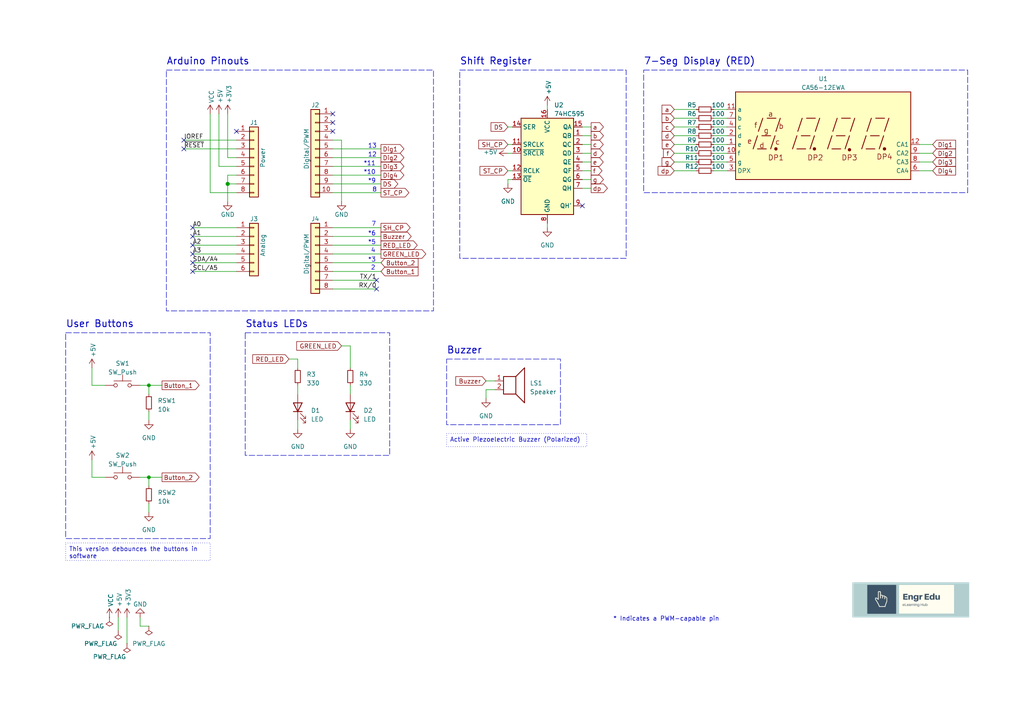
<source format=kicad_sch>
(kicad_sch (version 20230121) (generator eeschema)
  (paper "A4")
  (title_block (title "Arduino Uno Shield") (date "2023-03-22") (rev "1.0"))
  (lib_symbols
    (symbol "74xx:74HC595"
      (property "Reference" "U" (at -7.62 13.97 0))
      (property "Value" "74HC595" (at -7.62 -16.51 0))
      (symbol "74HC595_1_0"
        (pin tri_state line (at 10.16 7.62 180) (length 2.54) (name "QB") (number "1"))
        (pin input line (at -10.16 2.54 0) (length 2.54) (name "~{SRCLR}") (number "10"))
        (pin input line (at -10.16 5.08 0) (length 2.54) (name "SRCLK") (number "11"))
        (pin input line (at -10.16 -2.54 0) (length 2.54) (name "RCLK") (number "12"))
        (pin input line (at -10.16 -5.08 0) (length 2.54) (name "~{OE}") (number "13"))
        (pin input line (at -10.16 10.16 0) (length 2.54) (name "SER") (number "14"))
        (pin tri_state line (at 10.16 10.16 180) (length 2.54) (name "QA") (number "15"))
        (pin power_in line (at 0 15.24 270) (length 2.54) (name "VCC") (number "16"))
        (pin tri_state line (at 10.16 5.08 180) (length 2.54) (name "QC") (number "2"))
        (pin tri_state line (at 10.16 2.54 180) (length 2.54) (name "QD") (number "3"))
        (pin tri_state line (at 10.16 0 180) (length 2.54) (name "QE") (number "4"))
        (pin tri_state line (at 10.16 -2.54 180) (length 2.54) (name "QF") (number "5"))
        (pin tri_state line (at 10.16 -5.08 180) (length 2.54) (name "QG") (number "6"))
        (pin tri_state line (at 10.16 -7.62 180) (length 2.54) (name "QH") (number "7"))
        (pin power_in line (at 0 -17.78 90) (length 2.54) (name "GND") (number "8"))
        (pin output line (at 10.16 -12.7 180) (length 2.54) (name "QH'") (number "9"))
      )
      (symbol "74HC595_1_1"
        (rectangle (start -7.62 12.7) (end 7.62 -15.24) (stroke (width 0.254)) (fill (type background)))
      )
    )
    (symbol "Connector_Generic:Conn_01x06" (pin_names (offset 1.016) hide)
      (property "Reference" "J" (at 0 7.62 0))
      (property "Value" "Conn_01x06" (at 0 -10.16 0))
      (symbol "Conn_01x06_1_1"
        (rectangle (start -1.27 -7.493) (end 0 -7.747) (stroke (width 0.1524)))
        (rectangle (start -1.27 -4.953) (end 0 -5.207) (stroke (width 0.1524)))
        (rectangle (start -1.27 -2.413) (end 0 -2.667) (stroke (width 0.1524)))
        (rectangle (start -1.27 0.127) (end 0 -0.127) (stroke (width 0.1524)))
        (rectangle (start -1.27 2.667) (end 0 2.413) (stroke (width 0.1524)))
        (rectangle (start -1.27 5.207) (end 0 4.953) (stroke (width 0.1524)))
        (rectangle (start -1.27 6.35) (end 1.27 -8.89) (stroke (width 0.254)) (fill (type background)))
        (pin passive line (at -5.08 5.08 0) (length 3.81) (name "Pin_1") (number "1"))
        (pin passive line (at -5.08 2.54 0) (length 3.81) (name "Pin_2") (number "2"))
        (pin passive line (at -5.08 0 0) (length 3.81) (name "Pin_3") (number "3"))
        (pin passive line (at -5.08 -2.54 0) (length 3.81) (name "Pin_4") (number "4"))
        (pin passive line (at -5.08 -5.08 0) (length 3.81) (name "Pin_5") (number "5"))
        (pin passive line (at -5.08 -7.62 0) (length 3.81) (name "Pin_6") (number "6"))
      )
    )
    (symbol "Connector_Generic:Conn_01x08" (pin_names (offset 1.016) hide)
      (property "Reference" "J" (at 0 10.16 0))
      (property "Value" "Conn_01x08" (at 0 -12.7 0))
      (symbol "Conn_01x08_1_1"
        (rectangle (start -1.27 -10.033) (end 0 -10.287) (stroke (width 0.1524)))
        (rectangle (start -1.27 -7.493) (end 0 -7.747) (stroke (width 0.1524)))
        (rectangle (start -1.27 -4.953) (end 0 -5.207) (stroke (width 0.1524)))
        (rectangle (start -1.27 -2.413) (end 0 -2.667) (stroke (width 0.1524)))
        (rectangle (start -1.27 0.127) (end 0 -0.127) (stroke (width 0.1524)))
        (rectangle (start -1.27 2.667) (end 0 2.413) (stroke (width 0.1524)))
        (rectangle (start -1.27 5.207) (end 0 4.953) (stroke (width 0.1524)))
        (rectangle (start -1.27 7.747) (end 0 7.493) (stroke (width 0.1524)))
        (rectangle (start -1.27 8.89) (end 1.27 -11.43) (stroke (width 0.254)) (fill (type background)))
        (pin passive line (at -5.08 7.62 0) (length 3.81) (name "Pin_1") (number "1"))
        (pin passive line (at -5.08 5.08 0) (length 3.81) (name "Pin_2") (number "2"))
        (pin passive line (at -5.08 2.54 0) (length 3.81) (name "Pin_3") (number "3"))
        (pin passive line (at -5.08 0 0) (length 3.81) (name "Pin_4") (number "4"))
        (pin passive line (at -5.08 -2.54 0) (length 3.81) (name "Pin_5") (number "5"))
        (pin passive line (at -5.08 -5.08 0) (length 3.81) (name "Pin_6") (number "6"))
        (pin passive line (at -5.08 -7.62 0) (length 3.81) (name "Pin_7") (number "7"))
        (pin passive line (at -5.08 -10.16 0) (length 3.81) (name "Pin_8") (number "8"))
      )
    )
    (symbol "Connector_Generic:Conn_01x10" (pin_names (offset 1.016) hide)
      (property "Reference" "J" (at 0 12.7 0))
      (property "Value" "Conn_01x10" (at 0 -15.24 0))
      (symbol "Conn_01x10_1_1"
        (rectangle (start -1.27 -12.573) (end 0 -12.827) (stroke (width 0.1524)))
        (rectangle (start -1.27 -10.033) (end 0 -10.287) (stroke (width 0.1524)))
        (rectangle (start -1.27 -7.493) (end 0 -7.747) (stroke (width 0.1524)))
        (rectangle (start -1.27 -4.953) (end 0 -5.207) (stroke (width 0.1524)))
        (rectangle (start -1.27 -2.413) (end 0 -2.667) (stroke (width 0.1524)))
        (rectangle (start -1.27 0.127) (end 0 -0.127) (stroke (width 0.1524)))
        (rectangle (start -1.27 2.667) (end 0 2.413) (stroke (width 0.1524)))
        (rectangle (start -1.27 5.207) (end 0 4.953) (stroke (width 0.1524)))
        (rectangle (start -1.27 7.747) (end 0 7.493) (stroke (width 0.1524)))
        (rectangle (start -1.27 10.287) (end 0 10.033) (stroke (width 0.1524)))
        (rectangle (start -1.27 11.43) (end 1.27 -13.97) (stroke (width 0.254)) (fill (type background)))
        (pin passive line (at -5.08 10.16 0) (length 3.81) (name "Pin_1") (number "1"))
        (pin passive line (at -5.08 -12.7 0) (length 3.81) (name "Pin_10") (number "10"))
        (pin passive line (at -5.08 7.62 0) (length 3.81) (name "Pin_2") (number "2"))
        (pin passive line (at -5.08 5.08 0) (length 3.81) (name "Pin_3") (number "3"))
        (pin passive line (at -5.08 2.54 0) (length 3.81) (name "Pin_4") (number "4"))
        (pin passive line (at -5.08 0 0) (length 3.81) (name "Pin_5") (number "5"))
        (pin passive line (at -5.08 -2.54 0) (length 3.81) (name "Pin_6") (number "6"))
        (pin passive line (at -5.08 -5.08 0) (length 3.81) (name "Pin_7") (number "7"))
        (pin passive line (at -5.08 -7.62 0) (length 3.81) (name "Pin_8") (number "8"))
        (pin passive line (at -5.08 -10.16 0) (length 3.81) (name "Pin_9") (number "9"))
      )
    )
    (symbol "Device:LED" (pin_numbers hide) (pin_names (offset 1.016) hide)
      (property "Reference" "D" (at 0 2.54 0))
      (property "Value" "LED" (at 0 -2.54 0))
      (symbol "LED_0_1"
        (polyline (pts (xy -1.27 -1.27) (xy -1.27 1.27)) (stroke (width 0.254)))
        (polyline (pts (xy -1.27 0) (xy 1.27 0)))
        (polyline (pts (xy 1.27 -1.27) (xy 1.27 1.27) (xy -1.27 0) (xy 1.27 -1.27)) (stroke (width 0.254)))
        (polyline (pts (xy -3.048 -0.762) (xy -4.572 -2.286) (xy -3.81 -2.286) (xy -4.572 -2.286) (xy -4.572 -1.524)))
        (polyline (pts (xy -1.778 -0.762) (xy -3.302 -2.286) (xy -2.54 -2.286) (xy -3.302 -2.286) (xy -3.302 -1.524)))
      )
      (symbol "LED_1_1"
        (pin passive line (at -3.81 0 0) (length 2.54) (name "K") (number "1"))
        (pin passive line (at 3.81 0 180) (length 2.54) (name "A") (number "2"))
      )
    )
    (symbol "Device:R_Small" (pin_numbers hide) (pin_names (offset 0.254) hide)
      (property "Reference" "R" (at 0.762 0.508 0))
      (property "Value" "R_Small" (at 0.762 -1.016 0))
      (symbol "R_Small_0_1"
        (rectangle (start -0.762 1.778) (end 0.762 -1.778) (stroke (width 0.2032)))
      )
      (symbol "R_Small_1_1"
        (pin passive line (at 0 2.54 270) (length 0.762) (name "~") (number "1"))
        (pin passive line (at 0 -2.54 90) (length 0.762) (name "~") (number "2"))
      )
    )
    (symbol "Device:Speaker" (pin_names (offset 0) hide)
      (property "Reference" "LS" (at 1.27 5.715 0))
      (property "Value" "Speaker" (at 1.27 3.81 0))
      (symbol "Speaker_0_0"
        (rectangle (start -2.54 1.27) (end 1.016 -3.81) (stroke (width 0.254)))
        (polyline (pts (xy 1.016 1.27) (xy 3.556 3.81) (xy 3.556 -6.35) (xy 1.016 -3.81)) (stroke (width 0.254)))
      )
      (symbol "Speaker_1_1"
        (pin input line (at -5.08 0 0) (length 2.54) (name "1") (number "1"))
        (pin input line (at -5.08 -2.54 0) (length 2.54) (name "2") (number "2"))
      )
    )
    (symbol "Display_Character:CA56-12EWA"
      (property "Reference" "U" (at -24.13 13.97 0))
      (property "Value" "CA56-12EWA" (at 19.05 13.97 0))
      (symbol "CA56-12EWA_0_0"
        (rectangle (start -25.4 12.7) (end 25.4 -12.7) (stroke (width 0.254)) (fill (type background)))
        (polyline (pts (xy -20.32 -3.81) (xy -19.05 0)) (stroke (width 0.254)))
        (polyline (pts (xy -19.05 -3.81) (xy -16.51 -3.81)) (stroke (width 0.254)))
        (polyline (pts (xy -18.796 1.27) (xy -17.526 5.08)) (stroke (width 0.254)))
        (polyline (pts (xy -17.78 0) (xy -15.24 0)) (stroke (width 0.254)))
        (polyline (pts (xy -16.256 5.08) (xy -13.716 5.08)) (stroke (width 0.254)))
        (polyline (pts (xy -15.24 -3.81) (xy -13.97 0)) (stroke (width 0.254)))
        (polyline (pts (xy -13.716 1.27) (xy -12.446 5.08)) (stroke (width 0.254)))
        (polyline (pts (xy -8.89 -3.81) (xy -7.62 0)) (stroke (width 0.254)))
        (polyline (pts (xy -7.62 -3.81) (xy -5.08 -3.81)) (stroke (width 0.254)))
        (polyline (pts (xy -7.366 1.27) (xy -6.096 5.08)) (stroke (width 0.254)))
        (polyline (pts (xy -6.35 0) (xy -3.81 0)) (stroke (width 0.254)))
        (polyline (pts (xy -4.826 5.08) (xy -2.286 5.08)) (stroke (width 0.254)))
        (polyline (pts (xy -3.81 -3.81) (xy -2.54 0)) (stroke (width 0.254)))
        (polyline (pts (xy -2.286 1.27) (xy -1.016 5.08)) (stroke (width 0.254)))
        (polyline (pts (xy 1.27 -3.81) (xy 2.54 0)) (stroke (width 0.254)))
        (polyline (pts (xy 2.54 -3.81) (xy 5.08 -3.81)) (stroke (width 0.254)))
        (polyline (pts (xy 2.794 1.27) (xy 4.064 5.08)) (stroke (width 0.254)))
        (polyline (pts (xy 3.81 0) (xy 6.35 0)) (stroke (width 0.254)))
        (polyline (pts (xy 5.334 5.08) (xy 7.874 5.08)) (stroke (width 0.254)))
        (polyline (pts (xy 6.35 -3.81) (xy 7.62 0)) (stroke (width 0.254)))
        (polyline (pts (xy 7.874 1.27) (xy 9.144 5.08)) (stroke (width 0.254)))
        (polyline (pts (xy 11.176 -3.81) (xy 12.446 0)) (stroke (width 0.254)))
        (polyline (pts (xy 12.446 -3.81) (xy 14.986 -3.81)) (stroke (width 0.254)))
        (polyline (pts (xy 12.7 1.27) (xy 13.97 5.08)) (stroke (width 0.254)))
        (polyline (pts (xy 13.716 0) (xy 16.256 0)) (stroke (width 0.254)))
        (polyline (pts (xy 15.24 5.08) (xy 17.78 5.08)) (stroke (width 0.254)))
        (polyline (pts (xy 16.256 -3.81) (xy 17.526 0)) (stroke (width 0.254)))
        (polyline (pts (xy 17.78 1.27) (xy 19.05 5.08)) (stroke (width 0.254)))
        (text "a" (at -15.24 6.35 0) (effects (font (size 1.524 1.524))))
        (text "b" (at -12.192 2.794 0) (effects (font (size 1.524 1.524))))
        (text "c" (at -13.208 -1.778 0) (effects (font (size 1.524 1.524))))
        (text "d" (at -17.78 -2.794 0) (effects (font (size 1.524 1.524))))
        (text "DP1" (at -13.716 -6.35 0) (effects (font (size 1.524 1.524))))
        (text "DP2" (at -2.286 -6.35 0) (effects (font (size 1.524 1.524))))
        (text "DP3" (at 7.62 -6.35 0) (effects (font (size 1.524 1.524))))
        (text "DP4" (at 17.78 -6.096 0) (effects (font (size 1.524 1.524))))
        (text "e" (at -21.336 -1.524 0) (effects (font (size 1.524 1.524))))
        (text "f" (at -19.558 3.048 0) (effects (font (size 1.524 1.524))))
        (text "g" (at -16.51 1.524 0) (effects (font (size 1.524 1.524))))
      )
      (symbol "CA56-12EWA_0_1"
        (circle (center -13.716 -3.81) (radius 0.3556) (stroke (width 0.254)) (fill (type outline)))
        (circle (center -2.54 -3.81) (radius 0.3556) (stroke (width 0.254)) (fill (type outline)))
      )
      (symbol "CA56-12EWA_1_0"
        (circle (center 7.62 -4.064) (radius 0.3556) (stroke (width 0.254)) (fill (type outline)))
        (circle (center 17.78 -3.81) (radius 0.3556) (stroke (width 0.254)) (fill (type outline)))
      )
      (symbol "CA56-12EWA_1_1"
        (pin input line (at -27.94 -2.54 0) (length 2.54) (name "e") (number "1"))
        (pin input line (at -27.94 -5.08 0) (length 2.54) (name "f") (number "10"))
        (pin input line (at -27.94 7.62 0) (length 2.54) (name "a") (number "11"))
        (pin input line (at 27.94 -2.54 180) (length 2.54) (name "CA1") (number "12"))
        (pin input line (at -27.94 0 0) (length 2.54) (name "d") (number "2"))
        (pin input line (at -27.94 -10.16 0) (length 2.54) (name "DPX") (number "3"))
        (pin input line (at -27.94 2.54 0) (length 2.54) (name "c") (number "4"))
        (pin input line (at -27.94 -7.62 0) (length 2.54) (name "g") (number "5"))
        (pin input line (at 27.94 -10.16 180) (length 2.54) (name "CA4") (number "6"))
        (pin input line (at -27.94 5.08 0) (length 2.54) (name "b") (number "7"))
        (pin input line (at 27.94 -7.62 180) (length 2.54) (name "CA3") (number "8"))
        (pin input line (at 27.94 -5.08 180) (length 2.54) (name "CA2") (number "9"))
      )
    )
    (symbol "GND_1" (power) (pin_names (offset 0))
      (property "Value" "GND_1" (at 0 -3.81 0))
      (symbol "GND_1_0_1"
        (polyline (pts (xy 0 0) (xy 0 -1.27) (xy 1.27 -1.27) (xy 0 -2.54) (xy -1.27 -1.27) (xy 0 -1.27)))
      )
      (symbol "GND_1_1_1"
        (pin power_in line (at 0 0 270) (length 0) hide (name "GND") (number "1"))
      )
    )
    (symbol "GND_2" (power) (pin_names (offset 0))
      (property "Value" "GND_2" (at 0 -3.81 0))
      (symbol "GND_2_0_1"
        (polyline (pts (xy 0 0) (xy 0 -1.27) (xy 1.27 -1.27) (xy 0 -2.54) (xy -1.27 -1.27) (xy 0 -1.27)))
      )
      (symbol "GND_2_1_1"
        (pin power_in line (at 0 0 270) (length 0) hide (name "GND") (number "1"))
      )
    )
    (symbol "GND_3" (power) (pin_names (offset 0))
      (property "Value" "GND_3" (at 0 -3.81 0))
      (symbol "GND_3_0_1"
        (polyline (pts (xy 0 0) (xy 0 -1.27) (xy 1.27 -1.27) (xy 0 -2.54) (xy -1.27 -1.27) (xy 0 -1.27)))
      )
      (symbol "GND_3_1_1"
        (pin power_in line (at 0 0 270) (length 0) hide (name "GND") (number "1"))
      )
    )
    (symbol "GND_4" (power) (pin_names (offset 0))
      (property "Value" "GND_4" (at 0 -3.81 0))
      (symbol "GND_4_0_1"
        (polyline (pts (xy 0 0) (xy 0 -1.27) (xy 1.27 -1.27) (xy 0 -2.54) (xy -1.27 -1.27) (xy 0 -1.27)))
      )
      (symbol "GND_4_1_1"
        (pin power_in line (at 0 0 270) (length 0) hide (name "GND") (number "1"))
      )
    )
    (symbol "Switch:SW_Push" (pin_numbers hide) (pin_names (offset 1.016) hide)
      (property "Reference" "SW" (at 1.27 2.54 0))
      (property "Value" "SW_Push" (at 0 -1.524 0))
      (symbol "SW_Push_0_1"
        (circle (center -2.032 0) (radius 0.508))
        (polyline (pts (xy 0 1.27) (xy 0 3.048)))
        (polyline (pts (xy 2.54 1.27) (xy -2.54 1.27)))
        (circle (center 2.032 0) (radius 0.508))
        (pin passive line (at -5.08 0 0) (length 2.54) (name "1") (number "1"))
        (pin passive line (at 5.08 0 180) (length 2.54) (name "2") (number "2"))
      )
    )
    (symbol "power:+3V3" (power) (pin_names (offset 0))
      (property "Value" "+3V3" (at 0 3.556 0))
      (symbol "+3V3_0_1"
        (polyline (pts (xy -0.762 1.27) (xy 0 2.54)))
        (polyline (pts (xy 0 0) (xy 0 2.54)))
        (polyline (pts (xy 0 2.54) (xy 0.762 1.27)))
      )
      (symbol "+3V3_1_1"
        (pin power_in line (at 0 0 90) (length 0) hide (name "+3V3") (number "1"))
      )
    )
    (symbol "power:+5V" (power) (pin_names (offset 0))
      (property "Value" "+5V" (at 0 3.556 0))
      (symbol "+5V_0_1"
        (polyline (pts (xy -0.762 1.27) (xy 0 2.54)))
        (polyline (pts (xy 0 0) (xy 0 2.54)))
        (polyline (pts (xy 0 2.54) (xy 0.762 1.27)))
      )
      (symbol "+5V_1_1"
        (pin power_in line (at 0 0 90) (length 0) hide (name "+5V") (number "1"))
      )
    )
    (symbol "power:GND" (power) (pin_names (offset 0))
      (property "Value" "GND" (at 0 -3.81 0))
      (symbol "GND_0_1"
        (polyline (pts (xy 0 0) (xy 0 -1.27) (xy 1.27 -1.27) (xy 0 -2.54) (xy -1.27 -1.27) (xy 0 -1.27)))
      )
      (symbol "GND_1_1"
        (pin power_in line (at 0 0 270) (length 0) hide (name "GND") (number "1"))
      )
    )
    (symbol "power:PWR_FLAG" (power) (pin_numbers hide) (pin_names (offset 0) hide)
      (property "Value" "PWR_FLAG" (at 0 3.81 0))
      (symbol "PWR_FLAG_0_0"
        (pin power_out line (at 0 0 90) (length 0) (name "pwr") (number "1"))
      )
      (symbol "PWR_FLAG_0_1"
        (polyline (pts (xy 0 0) (xy 0 1.27) (xy -1.016 1.905) (xy 0 2.54) (xy 1.016 1.905) (xy 0 1.27)))
      )
    )
    (symbol "power:VCC" (power) (pin_names (offset 0))
      (property "Value" "VCC" (at 0 3.81 0))
      (symbol "VCC_0_1"
        (polyline (pts (xy -0.762 1.27) (xy 0 2.54)))
        (polyline (pts (xy 0 0) (xy 0 2.54)))
        (polyline (pts (xy 0 2.54) (xy 0.762 1.27)))
      )
      (symbol "VCC_1_1"
        (pin power_in line (at 0 0 90) (length 0) hide (name "VCC") (number "1"))
      )
    )
  )
  (junction (at 66.04 53.34) (diameter 1.016))
  (junction (at 43.18 138.43))
  (junction (at 43.18 111.76))
  (no_connect (at 55.88 68.58))
  (no_connect (at 109.22 83.82))
  (no_connect (at 53.34 43.18))
  (no_connect (at 55.88 73.66))
  (no_connect (at 109.22 81.28))
  (no_connect (at 96.52 35.56))
  (no_connect (at 55.88 78.74))
  (no_connect (at 96.52 33.02))
  (no_connect (at 168.91 59.69))
  (no_connect (at 55.88 71.12))
  (no_connect (at 68.58 38.1))
  (no_connect (at 96.52 38.1))
  (no_connect (at 53.34 40.64))
  (no_connect (at 55.88 76.2))
  (no_connect (at 55.88 66.04))
  (wire (pts (xy 96.52 83.82) (xy 109.22 83.82)))
  (wire (pts (xy 96.52 50.8) (xy 110.49 50.8)))
  (wire (pts (xy 43.18 138.43) (xy 43.18 140.97)))
  (wire (pts (xy 207.01 36.83) (xy 210.82 36.83)))
  (wire (pts (xy 66.04 50.8) (xy 66.04 53.34)))
  (wire (pts (xy 140.97 113.03) (xy 140.97 115.57)))
  (wire (pts (xy 158.75 64.77) (xy 158.75 66.04)))
  (wire (pts (xy 168.91 36.83) (xy 171.45 36.83)))
  (wire (pts (xy 43.18 138.43) (xy 46.99 138.43)))
  (wire (pts (xy 30.48 111.76) (xy 26.67 111.76)))
  (wire (pts (xy 43.18 111.76) (xy 43.18 114.3)))
  (wire (pts (xy 66.04 53.34) (xy 66.04 58.42)))
  (wire (pts (xy 86.36 111.76) (xy 86.36 114.3)))
  (wire (pts (xy 66.04 45.72) (xy 68.58 45.72)))
  (wire (pts (xy 63.5 48.26) (xy 68.58 48.26)))
  (wire (pts (xy 147.32 41.91) (xy 148.59 41.91)))
  (wire (pts (xy 63.5 33.02) (xy 63.5 48.26)))
  (wire (pts (xy 55.88 78.74) (xy 68.58 78.74)))
  (wire (pts (xy 96.52 43.18) (xy 110.49 43.18)))
  (wire (pts (xy 66.04 33.02) (xy 66.04 45.72)))
  (wire (pts (xy 96.52 66.04) (xy 110.49 66.04)))
  (wire (pts (xy 40.64 181.61) (xy 40.64 179.07)))
  (wire (pts (xy 195.58 36.83) (xy 201.93 36.83)))
  (wire (pts (xy 140.97 110.49) (xy 143.51 110.49)))
  (wire (pts (xy 68.58 66.04) (xy 55.88 66.04)))
  (wire (pts (xy 266.7 44.45) (xy 270.51 44.45)))
  (wire (pts (xy 96.52 45.72) (xy 110.49 45.72)))
  (wire (pts (xy 43.18 181.61) (xy 40.64 181.61)))
  (wire (pts (xy 101.6 100.33) (xy 101.6 106.68)))
  (wire (pts (xy 96.52 68.58) (xy 110.49 68.58)))
  (wire (pts (xy 195.58 34.29) (xy 201.93 34.29)))
  (wire (pts (xy 158.75 30.48) (xy 158.75 31.75)))
  (wire (pts (xy 148.59 52.07) (xy 147.32 52.07)))
  (wire (pts (xy 101.6 111.76) (xy 101.6 114.3)))
  (wire (pts (xy 195.58 41.91) (xy 201.93 41.91)))
  (wire (pts (xy 96.52 53.34) (xy 110.49 53.34)))
  (wire (pts (xy 99.06 100.33) (xy 101.6 100.33)))
  (wire (pts (xy 96.52 73.66) (xy 110.49 73.66)))
  (wire (pts (xy 195.58 44.45) (xy 201.93 44.45)))
  (wire (pts (xy 53.34 40.64) (xy 68.58 40.64)))
  (wire (pts (xy 147.32 36.83) (xy 148.59 36.83)))
  (wire (pts (xy 207.01 31.75) (xy 210.82 31.75)))
  (wire (pts (xy 43.18 111.76) (xy 46.99 111.76)))
  (wire (pts (xy 34.29 182.88) (xy 34.29 179.07)))
  (wire (pts (xy 101.6 121.92) (xy 101.6 124.46)))
  (wire (pts (xy 168.91 49.53) (xy 171.45 49.53)))
  (wire (pts (xy 266.7 46.99) (xy 270.51 46.99)))
  (wire (pts (xy 99.06 40.64) (xy 99.06 58.42)))
  (wire (pts (xy 147.32 44.45) (xy 148.59 44.45)))
  (wire (pts (xy 36.83 186.69) (xy 36.83 179.07)))
  (wire (pts (xy 207.01 39.37) (xy 210.82 39.37)))
  (wire (pts (xy 40.64 111.76) (xy 43.18 111.76)))
  (wire (pts (xy 68.58 71.12) (xy 55.88 71.12)))
  (wire (pts (xy 53.34 43.18) (xy 68.58 43.18)))
  (wire (pts (xy 68.58 53.34) (xy 66.04 53.34)))
  (wire (pts (xy 195.58 49.53) (xy 201.93 49.53)))
  (wire (pts (xy 143.51 113.03) (xy 140.97 113.03)))
  (wire (pts (xy 68.58 55.88) (xy 60.96 55.88)))
  (wire (pts (xy 55.88 68.58) (xy 68.58 68.58)))
  (wire (pts (xy 147.32 52.07) (xy 147.32 53.34)))
  (wire (pts (xy 207.01 46.99) (xy 210.82 46.99)))
  (wire (pts (xy 168.91 41.91) (xy 171.45 41.91)))
  (wire (pts (xy 207.01 34.29) (xy 210.82 34.29)))
  (wire (pts (xy 195.58 39.37) (xy 201.93 39.37)))
  (wire (pts (xy 207.01 44.45) (xy 210.82 44.45)))
  (wire (pts (xy 96.52 40.64) (xy 99.06 40.64)))
  (wire (pts (xy 68.58 50.8) (xy 66.04 50.8)))
  (wire (pts (xy 43.18 119.38) (xy 43.18 121.92)))
  (wire (pts (xy 168.91 44.45) (xy 171.45 44.45)))
  (wire (pts (xy 96.52 48.26) (xy 110.49 48.26)))
  (wire (pts (xy 266.7 49.53) (xy 270.51 49.53)))
  (wire (pts (xy 168.91 46.99) (xy 171.45 46.99)))
  (wire (pts (xy 26.67 111.76) (xy 26.67 106.68)))
  (wire (pts (xy 168.91 39.37) (xy 171.45 39.37)))
  (wire (pts (xy 96.52 71.12) (xy 110.49 71.12)))
  (wire (pts (xy 43.18 146.05) (xy 43.18 148.59)))
  (wire (pts (xy 55.88 73.66) (xy 68.58 73.66)))
  (wire (pts (xy 195.58 31.75) (xy 201.93 31.75)))
  (wire (pts (xy 195.58 46.99) (xy 201.93 46.99)))
  (wire (pts (xy 86.36 104.14) (xy 86.36 106.68)))
  (wire (pts (xy 86.36 121.92) (xy 86.36 124.46)))
  (wire (pts (xy 26.67 138.43) (xy 26.67 133.35)))
  (wire (pts (xy 96.52 78.74) (xy 110.49 78.74)))
  (wire (pts (xy 207.01 41.91) (xy 210.82 41.91)))
  (wire (pts (xy 96.52 76.2) (xy 110.49 76.2)))
  (wire (pts (xy 168.91 54.61) (xy 171.45 54.61)))
  (wire (pts (xy 266.7 41.91) (xy 270.51 41.91)))
  (wire (pts (xy 30.48 138.43) (xy 26.67 138.43)))
  (wire (pts (xy 147.32 49.53) (xy 148.59 49.53)))
  (wire (pts (xy 40.64 138.43) (xy 43.18 138.43)))
  (wire (pts (xy 96.52 81.28) (xy 109.22 81.28)))
  (wire (pts (xy 60.96 55.88) (xy 60.96 33.02)))
  (wire (pts (xy 83.82 104.14) (xy 86.36 104.14)))
  (wire (pts (xy 68.58 76.2) (xy 55.88 76.2)))
  (wire (pts (xy 168.91 52.07) (xy 171.45 52.07)))
  (wire (pts (xy 96.52 55.88) (xy 110.49 55.88)))
  (wire (pts (xy 207.01 49.53) (xy 210.82 49.53)))
  (rectangle (start 71.12 96.52) (end 113.03 132.08) (stroke (width 0) (type dash)))
  (rectangle (start 129.54 104.14) (end 162.56 123.19) (stroke (width 0) (type dash)))
  (rectangle (start 48.26 20.32) (end 125.73 90.17) (stroke (width 0) (type dash)))
  (rectangle (start 19.05 96.52) (end 60.96 156.21) (stroke (width 0) (type dash)))
  (rectangle (start 133.35 20.32) (end 181.61 74.93) (stroke (width 0) (type dash)))
  (rectangle (start 186.69 20.32) (end 280.67 55.88) (stroke (width 0) (type dash)))
  (image (at 264.16 173.99) (scale 0.800628))
  (text_box "Active Piezoelectric Buzzer (Polarized)" (at 129.54 125.73 0) (size 40.64 3.81) (stroke (width 0) (type dot)) (effects (font (size 1.27 1.27)) (justify left top)))
  (text_box "This version debounces the buttons in software" (at 19.05 157.48 0) (size 41.91 5.08) (stroke (width 0) (type dot)) (effects (font (size 1.27 1.27)) (justify left top)))
  (text "Shift Register" (at 133.35 19.05 0) (effects (font (size 2 2) (thickness 0.254) bold) (justify left bottom)))
  (text "*10\n" (at 105.41 50.8 0) (effects (font (size 1.27 1.27)) (justify left bottom)))
  (text "*5\n" (at 106.68 71.12 0) (effects (font (size 1.27 1.27)) (justify left bottom)))
  (text "2" (at 107.5197 78.5097 0) (effects (font (size 1.27 1.27)) (justify left bottom)))
  (text "8\n" (at 107.95 55.88 0) (effects (font (size 1.27 1.27)) (justify left bottom)))
  (text "*6" (at 106.68 68.58 0) (effects (font (size 1.27 1.27)) (justify left bottom)))
  (text "12\n" (at 106.68 45.72 0) (effects (font (size 1.27 1.27)) (justify left bottom)))
  (text "*3" (at 106.68 76.2 0) (effects (font (size 1.27 1.27)) (justify left bottom)))
  (text "13\n" (at 106.68 43.18 0) (effects (font (size 1.27 1.27)) (justify left bottom)))
  (text "7" (at 107.7116 65.8176 0) (effects (font (size 1.27 1.27)) (justify left bottom)))
  (text "Status LEDs" (at 71.12 95.25 0) (effects (font (size 2 2) (thickness 0.254) bold) (justify left bottom)))
  (text "Arduino Pinouts" (at 48.26 19.05 0) (effects (font (size 2 2) (thickness 0.254) bold) (justify left bottom)))
  (text "User Buttons" (at 19.05 95.25 0) (effects (font (size 2 2) (thickness 0.254) bold) (justify left bottom)))
  (text "Buzzer" (at 129.54 102.87 0) (effects (font (size 2 2) (thickness 0.254) bold) (justify left bottom)))
  (text "* Indicates a PWM-capable pin" (at 177.8 180.34 0) (effects (font (size 1.27 1.27)) (justify left bottom)))
  (text "7-Seg Display (RED)" (at 186.69 19.05 0) (effects (font (size 2 2) (thickness 0.254) bold) (justify left bottom)))
  (text "4" (at 107.5437 73.5192 0) (effects (font (size 1.27 1.27)) (justify left bottom)))
  (text "*11" (at 105.41 48.26 0) (effects (font (size 1.27 1.27)) (justify left bottom)))
  (text "*9\n" (at 106.68 53.34 0) (effects (font (size 1.27 1.27)) (justify left bottom)))
  (label "RX{slash}0" (at 109.22 83.82 180))
  (label "A2" (at 55.88 71.12 0))
  (label "A3" (at 55.88 73.66 0))
  (label "~{RESET}" (at 53.34 43.18 0))
  (label "A1" (at 55.88 68.58 0))
  (label "TX{slash}1" (at 109.22 81.28 180))
  (label "A0" (at 55.88 66.04 0))
  (label "IOREF" (at 53.34 40.64 0))
  (label "SDA{slash}A4" (at 55.88 76.2 0))
  (label "SCL{slash}A5" (at 55.88 78.74 0))
  (global_label "e" (shape output) (at 171.45 46.99 0) (property "Intersheetrefs" "${INTERSHEET_REFS}" (effects hide)))
  (global_label "Button_1" (shape output) (at 46.99 111.76 0) (property "Intersheetrefs" "${INTERSHEET_REFS}" (effects hide)))
  (global_label "Button_1" (shape input) (at 110.49 78.74 0) (property "Intersheetrefs" "${INTERSHEET_REFS}" (effects hide)))
  (global_label "g" (shape output) (at 171.45 52.07 0) (property "Intersheetrefs" "${INTERSHEET_REFS}" (effects hide)))
  (global_label "dp" (shape output) (at 171.45 54.61 0) (property "Intersheetrefs" "${INTERSHEET_REFS}" (effects hide)))
  (global_label "ST_CP" (shape output) (at 110.49 55.88 0) (property "Intersheetrefs" "${INTERSHEET_REFS}" (effects hide)))
  (global_label "b" (shape input) (at 195.58 34.29 180) (property "Intersheetrefs" "${INTERSHEET_REFS}" (effects hide)))
  (global_label "f" (shape output) (at 171.45 49.53 0) (property "Intersheetrefs" "${INTERSHEET_REFS}" (effects hide)))
  (global_label "ST_CP" (shape input) (at 147.32 49.53 180) (property "Intersheetrefs" "${INTERSHEET_REFS}" (effects hide)))
  (global_label "d" (shape input) (at 195.58 39.37 180) (property "Intersheetrefs" "${INTERSHEET_REFS}" (effects hide)))
  (global_label "a" (shape input) (at 195.58 31.75 180) (property "Intersheetrefs" "${INTERSHEET_REFS}" (effects hide)))
  (global_label "c" (shape output) (at 171.45 41.91 0) (property "Intersheetrefs" "${INTERSHEET_REFS}" (effects hide)))
  (global_label "Dig1" (shape output) (at 110.49 43.18 0) (property "Intersheetrefs" "${INTERSHEET_REFS}" (effects hide)))
  (global_label "Buzzer" (shape output) (at 110.49 68.58 0) (property "Intersheetrefs" "${INTERSHEET_REFS}" (effects hide)))
  (global_label "g" (shape input) (at 195.58 46.99 180) (property "Intersheetrefs" "${INTERSHEET_REFS}" (effects hide)))
  (global_label "Button_2" (shape input) (at 110.49 76.2 0) (property "Intersheetrefs" "${INTERSHEET_REFS}" (effects hide)))
  (global_label "Dig1" (shape input) (at 270.51 41.91 0) (property "Intersheetrefs" "${INTERSHEET_REFS}" (effects hide)))
  (global_label "Dig4" (shape output) (at 110.49 50.8 0) (property "Intersheetrefs" "${INTERSHEET_REFS}" (effects hide)))
  (global_label "GREEN_LED" (shape input) (at 99.06 100.33 180) (property "Intersheetrefs" "${INTERSHEET_REFS}" (effects hide)))
  (global_label "a" (shape output) (at 171.45 36.83 0) (property "Intersheetrefs" "${INTERSHEET_REFS}" (effects hide)))
  (global_label "SH_CP" (shape output) (at 110.49 66.04 0) (property "Intersheetrefs" "${INTERSHEET_REFS}" (effects hide)))
  (global_label "Dig2" (shape input) (at 270.51 44.45 0) (property "Intersheetrefs" "${INTERSHEET_REFS}" (effects hide)))
  (global_label "Dig3" (shape output) (at 110.49 48.26 0) (property "Intersheetrefs" "${INTERSHEET_REFS}" (effects hide)))
  (global_label "DS" (shape input) (at 147.32 36.83 180) (property "Intersheetrefs" "${INTERSHEET_REFS}" (effects hide)))
  (global_label "SH_CP" (shape input) (at 147.32 41.91 180) (property "Intersheetrefs" "${INTERSHEET_REFS}" (effects hide)))
  (global_label "Button_2" (shape output) (at 46.99 138.43 0) (property "Intersheetrefs" "${INTERSHEET_REFS}" (effects hide)))
  (global_label "Dig4" (shape input) (at 270.51 49.53 0) (property "Intersheetrefs" "${INTERSHEET_REFS}" (effects hide)))
  (global_label "c" (shape input) (at 195.58 36.83 180) (property "Intersheetrefs" "${INTERSHEET_REFS}" (effects hide)))
  (global_label "Dig2" (shape output) (at 110.49 45.72 0) (property "Intersheetrefs" "${INTERSHEET_REFS}" (effects hide)))
  (global_label "dp" (shape input) (at 195.58 49.53 180) (property "Intersheetrefs" "${INTERSHEET_REFS}" (effects hide)))
  (global_label "Dig3" (shape input) (at 270.51 46.99 0) (property "Intersheetrefs" "${INTERSHEET_REFS}" (effects hide)))
  (global_label "Buzzer" (shape input) (at 140.97 110.49 180) (property "Intersheetrefs" "${INTERSHEET_REFS}" (effects hide)))
  (global_label "RED_LED" (shape output) (at 110.49 71.12 0) (property "Intersheetrefs" "${INTERSHEET_REFS}" (effects hide)))
  (global_label "d" (shape output) (at 171.45 44.45 0) (property "Intersheetrefs" "${INTERSHEET_REFS}" (effects hide)))
  (global_label "e" (shape input) (at 195.58 41.91 180) (property "Intersheetrefs" "${INTERSHEET_REFS}" (effects hide)))
  (global_label "DS" (shape output) (at 110.49 53.34 0) (property "Intersheetrefs" "${INTERSHEET_REFS}" (effects hide)))
  (global_label "GREEN_LED" (shape output) (at 110.49 73.66 0) (property "Intersheetrefs" "${INTERSHEET_REFS}" (effects hide)))
  (global_label "f" (shape input) (at 195.58 44.45 180) (property "Intersheetrefs" "${INTERSHEET_REFS}" (effects hide)))
  (global_label "b" (shape output) (at 171.45 39.37 0) (property "Intersheetrefs" "${INTERSHEET_REFS}" (effects hide)))
  (global_label "RED_LED" (shape input) (at 83.82 104.14 180) (property "Intersheetrefs" "${INTERSHEET_REFS}" (effects hide)))
  (symbol (lib_id "Connector_Generic:Conn_01x08") (at 73.66 45.72 0) (unit 1)
    (property "Reference" "J1" (at 73.66 35.56 0))
    (property "Value" "Power" (at 76.2 45.72 90))
    (property "Footprint" "Connector_PinSocket_2.54mm:PinSocket_1x08_P2.54mm_Vertical" (effects hide))
  )
  (symbol (lib_id "power:+3V3") (at 66.04 33.02 0) (unit 1)
    (property "Reference" "#PWR03" (effects hide))
    (property "Value" "+3.3V" (at 66.421 29.972 90) (effects (justify left)))
  )
  (symbol (lib_id "power:+5V") (at 63.5 33.02 0) (unit 1)
    (property "Reference" "#PWR02" (effects hide))
    (property "Value" "+5V" (at 63.8556 29.972 90) (effects (justify left)))
  )
  (symbol (lib_id "power:GND") (at 66.04 58.42 0) (unit 1)
    (property "Reference" "#PWR04" (effects hide))
    (property "Value" "GND" (at 66.04 62.23 0))
  )
  (symbol (lib_id "Connector_Generic:Conn_01x10") (at 91.44 43.18 0) (mirror y) (unit 1)
    (property "Reference" "J2" (at 91.44 30.48 0))
    (property "Value" "Digital/PWM" (at 88.9 43.18 90))
    (property "Footprint" "Connector_PinSocket_2.54mm:PinSocket_1x10_P2.54mm_Vertical" (effects hide))
  )
  (symbol (lib_id "power:GND") (at 99.06 58.42 0) (unit 1)
    (property "Reference" "#PWR05" (effects hide))
    (property "Value" "GND" (at 99.06 62.23 0))
  )
  (symbol (lib_id "Connector_Generic:Conn_01x06") (at 73.66 71.12 0) (unit 1)
    (property "Reference" "J3" (at 73.66 63.5 0))
    (property "Value" "Analog" (at 76.2 71.12 90))
    (property "Footprint" "Connector_PinSocket_2.54mm:PinSocket_1x06_P2.54mm_Vertical" (effects hide))
  )
  (symbol (lib_id "Connector_Generic:Conn_01x08") (at 91.44 73.66 0) (mirror y) (unit 1)
    (property "Reference" "J4" (at 91.44 63.5 0))
    (property "Value" "Digital/PWM" (at 88.9 73.66 90))
    (property "Footprint" "Connector_PinSocket_2.54mm:PinSocket_1x08_P2.54mm_Vertical" (effects hide))
  )
  (symbol (lib_id "power:+5V") (at 26.67 133.35 0) (unit 1)
    (property "Reference" "#PWR014" (effects hide))
    (property "Value" "+5V" (at 27.0256 130.302 90) (effects (justify left)))
  )
  (symbol (lib_id "74xx:74HC595") (at 158.75 46.99 0) (unit 1)
    (property "Reference" "U2" (at 160.7059 30.48 0) (effects (justify left)))
    (property "Value" "74HC595" (at 160.7059 33.02 0) (effects (justify left)))
    (property "Footprint" "Package_DIP:DIP-16_W7.62mm_Socket_LongPads" (effects hide))
    (property "Datasheet" "http://www.ti.com/lit/ds/symlink/sn74hc595.pdf" (effects hide))
  )
  (symbol (lib_id "power:+3V3") (at 36.83 179.07 0) (unit 1)
    (property "Reference" "#PWR018" (effects hide))
    (property "Value" "+3.3V" (at 37.211 176.022 90) (effects (justify left)))
  )
  (symbol (lib_id "Device:LED") (at 86.36 118.11 90) (unit 1)
    (property "Reference" "D1" (at 90.17 119.0625 90) (effects (justify right)))
    (property "Value" "LED" (at 90.17 121.6025 90) (effects (justify right)))
    (property "Footprint" "LED_THT:LED_D5.0mm" (effects hide))
  )
  (symbol (lib_id "power:PWR_FLAG") (at 43.18 181.61 180) (unit 1)
    (property "Reference" "#FLG04" (effects hide))
    (property "Value" "PWR_FLAG" (at 43.18 186.69 0))
  )
  (symbol (lib_id "Device:R_Small") (at 204.47 39.37 90) (unit 1)
    (property "Reference" "R8" (at 200.66 38.1 90))
    (property "Value" "100" (at 208.28 38.1 90))
    (property "Footprint" "Resistor_THT:R_Axial_DIN0207_L6.3mm_D2.5mm_P10.16mm_Horizontal" (effects hide))
  )
  (symbol (lib_id "power:+5V") (at 158.75 30.48 0) (unit 1)
    (property "Reference" "#PWR07" (effects hide))
    (property "Value" "+5V" (at 159.1056 27.432 90) (effects (justify left)))
  )
  (symbol (lib_id "power:PWR_FLAG") (at 34.29 182.88 180) (unit 1)
    (property "Reference" "#FLG02" (effects hide))
    (property "Value" "PWR_FLAG" (at 29.21 186.69 0))
  )
  (symbol (lib_id "Device:R_Small") (at 43.18 116.84 0) (unit 1)
    (property "Reference" "RSW1" (at 45.72 116.205 0) (effects (justify left)))
    (property "Value" "10k" (at 45.72 118.745 0) (effects (justify left)))
    (property "Footprint" "Resistor_THT:R_Axial_DIN0207_L6.3mm_D2.5mm_P10.16mm_Horizontal" (effects hide))
  )
  (symbol (lib_id "Device:R_Small") (at 43.18 143.51 0) (unit 1)
    (property "Reference" "RSW2" (at 45.72 142.875 0) (effects (justify left)))
    (property "Value" "10k" (at 45.72 145.415 0) (effects (justify left)))
    (property "Footprint" "Resistor_THT:R_Axial_DIN0207_L6.3mm_D2.5mm_P10.16mm_Horizontal" (effects hide))
  )
  (symbol (lib_id "Device:R_Small") (at 204.47 36.83 90) (unit 1)
    (property "Reference" "R7" (at 200.66 35.56 90))
    (property "Value" "100" (at 208.28 35.56 90))
    (property "Footprint" "Resistor_THT:R_Axial_DIN0207_L6.3mm_D2.5mm_P10.16mm_Horizontal" (effects hide))
  )
  (symbol (lib_id "power:VCC") (at 60.96 33.02 0) (unit 1)
    (property "Reference" "#PWR01" (effects hide))
    (property "Value" "VCC" (at 61.341 29.972 90) (effects (justify left)))
  )
  (symbol (lib_id "Device:LED") (at 101.6 118.11 90) (unit 1)
    (property "Reference" "D2" (at 105.41 119.0625 90) (effects (justify right)))
    (property "Value" "LED" (at 105.41 121.6025 90) (effects (justify right)))
    (property "Footprint" "LED_THT:LED_D5.0mm" (effects hide))
  )
  (symbol (lib_id "Device:R_Small") (at 204.47 44.45 90) (unit 1)
    (property "Reference" "R10" (at 200.66 43.18 90))
    (property "Value" "100" (at 208.28 43.18 90))
    (property "Footprint" "Resistor_THT:R_Axial_DIN0207_L6.3mm_D2.5mm_P10.16mm_Horizontal" (effects hide))
  )
  (symbol (lib_id "power:PWR_FLAG") (at 31.75 179.07 180) (unit 1)
    (property "Reference" "#FLG01" (effects hide))
    (property "Value" "PWR_FLAG" (at 25.4 181.61 0))
  )
  (symbol (lib_id "power:+5V") (at 34.29 179.07 0) (unit 1)
    (property "Reference" "#PWR017" (effects hide))
    (property "Value" "+5V" (at 34.6456 176.022 90) (effects (justify left)))
  )
  (symbol (lib_id "Device:R_Small") (at 86.36 109.22 0) (unit 1)
    (property "Reference" "R3" (at 88.9 108.585 0) (effects (justify left)))
    (property "Value" "330" (at 88.9 111.125 0) (effects (justify left)))
    (property "Footprint" "Resistor_THT:R_Axial_DIN0207_L6.3mm_D2.5mm_P10.16mm_Horizontal" (effects hide))
  )
  (symbol (lib_name "GND_1") (lib_id "power:GND") (at 43.18 148.59 0) (unit 1)
    (property "Reference" "#PWR015" (effects hide))
    (property "Value" "GND" (at 43.18 153.67 0))
  )
  (symbol (lib_id "Switch:SW_Push") (at 35.56 111.76 0) (unit 1)
    (property "Reference" "SW1" (at 35.56 105.41 0))
    (property "Value" "SW_Push" (at 35.56 107.95 0))
    (property "Footprint" "Button_Switch_THT:SW_PUSH-12mm" (effects hide))
  )
  (symbol (lib_id "Device:R_Small") (at 204.47 31.75 90) (unit 1)
    (property "Reference" "R5" (at 200.66 30.48 90))
    (property "Value" "100" (at 208.28 30.48 90))
    (property "Footprint" "Resistor_THT:R_Axial_DIN0207_L6.3mm_D2.5mm_P10.16mm_Horizontal" (effects hide))
  )
  (symbol (lib_id "power:+5V") (at 147.32 44.45 90) (unit 1)
    (property "Reference" "#PWR09" (effects hide))
    (property "Value" "+5V" (at 144.272 44.0944 90) (effects (justify left)))
  )
  (symbol (lib_name "GND_1") (lib_id "power:GND") (at 147.32 53.34 0) (unit 1)
    (property "Reference" "#PWR08" (effects hide))
    (property "Value" "GND" (at 147.32 58.42 0))
  )
  (symbol (lib_id "Switch:SW_Push") (at 35.56 138.43 0) (unit 1)
    (property "Reference" "SW2" (at 35.56 132.08 0))
    (property "Value" "SW_Push" (at 35.56 134.62 0))
    (property "Footprint" "Button_Switch_THT:SW_PUSH-12mm" (effects hide))
  )
  (symbol (lib_id "Display_Character:CA56-12EWA") (at 238.76 39.37 0) (unit 1)
    (property "Reference" "U1" (at 238.76 22.86 0))
    (property "Value" "CA56-12EWA" (at 238.76 25.4 0))
    (property "Footprint" "Display_7Segment:CA56-12EWA" (effects hide))
    (property "Datasheet" "http://cdn.sparkfun.com/datasheets/Components/LED/1LEDREDCC.pdf" (effects hide))
  )
  (symbol (lib_id "power:VCC") (at 31.75 179.07 0) (unit 1)
    (property "Reference" "#PWR011" (effects hide))
    (property "Value" "VCC" (at 32.131 176.022 90) (effects (justify left)))
  )
  (symbol (lib_name "GND_2") (lib_id "power:GND") (at 101.6 124.46 0) (unit 1)
    (property "Reference" "#PWR020" (effects hide))
    (property "Value" "GND" (at 101.6 129.54 0))
  )
  (symbol (lib_id "Device:R_Small") (at 204.47 46.99 90) (unit 1)
    (property "Reference" "R11" (at 200.66 45.72 90))
    (property "Value" "100" (at 208.28 45.72 90))
    (property "Footprint" "Resistor_THT:R_Axial_DIN0207_L6.3mm_D2.5mm_P10.16mm_Horizontal" (effects hide))
  )
  (symbol (lib_id "Device:R_Small") (at 101.6 109.22 0) (unit 1)
    (property "Reference" "R4" (at 104.14 108.585 0) (effects (justify left)))
    (property "Value" "330" (at 104.14 111.125 0) (effects (justify left)))
    (property "Footprint" "Resistor_THT:R_Axial_DIN0207_L6.3mm_D2.5mm_P10.16mm_Horizontal" (effects hide))
  )
  (symbol (lib_id "Device:R_Small") (at 204.47 34.29 90) (unit 1)
    (property "Reference" "R6" (at 200.66 33.02 90))
    (property "Value" "100" (at 208.28 33.02 90))
    (property "Footprint" "Resistor_THT:R_Axial_DIN0207_L6.3mm_D2.5mm_P10.16mm_Horizontal" (effects hide))
  )
  (symbol (lib_name "GND_1") (lib_id "power:GND") (at 140.97 115.57 0) (unit 1)
    (property "Reference" "#PWR016" (effects hide))
    (property "Value" "GND" (at 140.97 120.65 0))
  )
  (symbol (lib_name "GND_3") (lib_id "power:GND") (at 158.75 66.04 0) (unit 1)
    (property "Reference" "#PWR06" (effects hide))
    (property "Value" "GND" (at 158.75 71.12 0))
  )
  (symbol (lib_id "Device:R_Small") (at 204.47 41.91 90) (unit 1)
    (property "Reference" "R9" (at 200.66 40.64 90))
    (property "Value" "100" (at 208.28 40.64 90))
    (property "Footprint" "Resistor_THT:R_Axial_DIN0207_L6.3mm_D2.5mm_P10.16mm_Horizontal" (effects hide))
  )
  (symbol (lib_id "Device:Speaker") (at 148.59 110.49 0) (unit 1)
    (property "Reference" "LS1" (at 153.67 111.125 0) (effects (justify left)))
    (property "Value" "Speaker" (at 153.67 113.665 0) (effects (justify left)))
    (property "Footprint" "Buzzer_Beeper:Buzzer_12x9.5RM7.6" (effects hide))
    (property "Datasheet" "https://www.digikey.com/en/products/detail/cui-devices/CMI-1295IC-0585T/11674150?utm_adgroup=Alarms%2C%20Buzzers%2C%20and%20Sirens&utm_source=google&utm_medium=cpc&utm_campaign=Shopping_Product_Audio%20Products_NEW&utm_term=&utm_content=Alarms%2C%20Buzzers%2C%20and%20Sirens&gclid=CjwKCAjwzuqgBhAcEiwAdj5dRt8nz1IuytFLjx3uwWgVUeIhfTmZ3ysWix6dXCToN1KqcPwJXCrWqhoCtbEQAvD_BwE" (effects hide))
  )
  (symbol (lib_id "power:+5V") (at 26.67 106.68 0) (unit 1)
    (property "Reference" "#PWR013" (effects hide))
    (property "Value" "+5V" (at 27.0256 103.632 90) (effects (justify left)))
  )
  (symbol (lib_name "GND_1") (lib_id "power:GND") (at 86.36 124.46 0) (unit 1)
    (property "Reference" "#PWR010" (effects hide))
    (property "Value" "GND" (at 86.36 129.54 0))
  )
  (symbol (lib_id "Device:R_Small") (at 204.47 49.53 90) (unit 1)
    (property "Reference" "R12" (at 200.66 48.26 90))
    (property "Value" "100" (at 208.28 48.26 90))
    (property "Footprint" "Resistor_THT:R_Axial_DIN0207_L6.3mm_D2.5mm_P10.16mm_Horizontal" (effects hide))
  )
  (symbol (lib_name "GND_4") (lib_id "power:GND") (at 40.64 179.07 180) (unit 1)
    (property "Reference" "#PWR019" (effects hide))
    (property "Value" "GND" (at 40.64 175.26 0))
  )
  (symbol (lib_name "GND_1") (lib_id "power:GND") (at 43.18 121.92 0) (unit 1)
    (property "Reference" "#PWR012" (effects hide))
    (property "Value" "GND" (at 43.18 127 0))
  )
  (symbol (lib_id "power:PWR_FLAG") (at 36.83 186.69 180) (unit 1)
    (property "Reference" "#FLG03" (effects hide))
    (property "Value" "PWR_FLAG" (at 31.75 190.5 0))
  )
)
</source>
